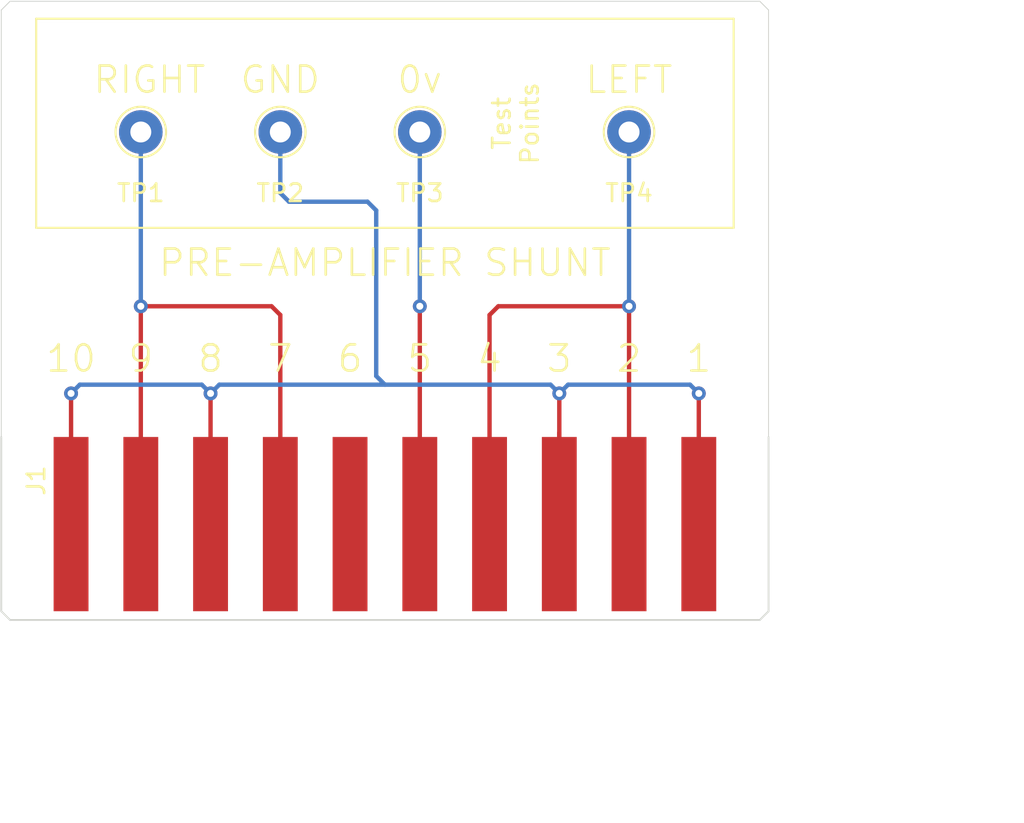
<source format=kicad_pcb>
(kicad_pcb (version 20171130) (host pcbnew "(5.1.5)-3")

  (general
    (thickness 1.6)
    (drawings 27)
    (tracks 40)
    (zones 0)
    (modules 5)
    (nets 6)
  )

  (page A4)
  (title_block
    (title "PreAmplifier Shunt")
    (date 2020-04-20)
    (rev 1)
    (company RADIAL-V)
  )

  (layers
    (0 F.Cu signal)
    (31 B.Cu signal)
    (32 B.Adhes user)
    (33 F.Adhes user)
    (34 B.Paste user)
    (35 F.Paste user)
    (36 B.SilkS user)
    (37 F.SilkS user)
    (38 B.Mask user)
    (39 F.Mask user)
    (40 Dwgs.User user)
    (41 Cmts.User user)
    (42 Eco1.User user)
    (43 Eco2.User user)
    (44 Edge.Cuts user)
    (45 Margin user)
    (46 B.CrtYd user)
    (47 F.CrtYd user)
    (48 B.Fab user)
    (49 F.Fab user)
  )

  (setup
    (last_trace_width 0.25)
    (trace_clearance 0.2)
    (zone_clearance 0.508)
    (zone_45_only no)
    (trace_min 0.2)
    (via_size 0.8)
    (via_drill 0.4)
    (via_min_size 0.4)
    (via_min_drill 0.3)
    (uvia_size 0.3)
    (uvia_drill 0.1)
    (uvias_allowed no)
    (uvia_min_size 0.2)
    (uvia_min_drill 0.1)
    (edge_width 0.05)
    (segment_width 0.2)
    (pcb_text_width 0.3)
    (pcb_text_size 1.5 1.5)
    (mod_edge_width 0.12)
    (mod_text_size 1.5 1.5)
    (mod_text_width 0.15)
    (pad_size 1.524 1.524)
    (pad_drill 0.762)
    (pad_to_mask_clearance 0.051)
    (solder_mask_min_width 0.25)
    (aux_axis_origin 0 0)
    (visible_elements 7FFFFFFF)
    (pcbplotparams
      (layerselection 0x010fc_ffffffff)
      (usegerberextensions false)
      (usegerberattributes false)
      (usegerberadvancedattributes false)
      (creategerberjobfile false)
      (excludeedgelayer true)
      (linewidth 0.100000)
      (plotframeref false)
      (viasonmask false)
      (mode 1)
      (useauxorigin false)
      (hpglpennumber 1)
      (hpglpenspeed 20)
      (hpglpendiameter 15.000000)
      (psnegative false)
      (psa4output false)
      (plotreference true)
      (plotvalue true)
      (plotinvisibletext false)
      (padsonsilk false)
      (subtractmaskfromsilk false)
      (outputformat 1)
      (mirror false)
      (drillshape 0)
      (scaleselection 1)
      (outputdirectory "Gerber/"))
  )

  (net 0 "")
  (net 1 GND)
  (net 2 /AudioLeft)
  (net 3 /AudioRight)
  (net 4 /12v)
  (net 5 /0v)

  (net_class Default "This is the default net class."
    (clearance 0.2)
    (trace_width 0.25)
    (via_dia 0.8)
    (via_drill 0.4)
    (uvia_dia 0.3)
    (uvia_drill 0.1)
    (add_net /0v)
    (add_net /12v)
    (add_net /AudioLeft)
    (add_net /AudioRight)
    (add_net GND)
  )

  (module TestPoint:TestPoint_THTPad_D2.5mm_Drill1.2mm (layer F.Cu) (tedit 5A0F774F) (tstamp 5E9DBBA0)
    (at 89 62)
    (descr "THT pad as test Point, diameter 2.5mm, hole diameter 1.2mm ")
    (tags "test point THT pad")
    (path /5E9DECA5)
    (attr virtual)
    (fp_text reference TP2 (at 0 3.5) (layer F.SilkS)
      (effects (font (size 1 1) (thickness 0.15)))
    )
    (fp_text value TestPoint (at 0 2.25) (layer F.Fab)
      (effects (font (size 1 1) (thickness 0.15)))
    )
    (fp_circle (center 0 0) (end 0 1.45) (layer F.SilkS) (width 0.12))
    (fp_circle (center 0 0) (end 1.75 0) (layer F.CrtYd) (width 0.05))
    (pad 1 thru_hole circle (at 0 0) (size 2.5 2.5) (drill 1.2) (layers *.Cu *.Mask)
      (net 1 GND))
  )

  (module TestPoint:TestPoint_THTPad_D2.5mm_Drill1.2mm (layer F.Cu) (tedit 5A0F774F) (tstamp 5E9DBB17)
    (at 97 62)
    (descr "THT pad as test Point, diameter 2.5mm, hole diameter 1.2mm ")
    (tags "test point THT pad")
    (path /5E9DBF07)
    (attr virtual)
    (fp_text reference TP3 (at 0 3.5) (layer F.SilkS)
      (effects (font (size 1 1) (thickness 0.15)))
    )
    (fp_text value TestPoint (at 0 2.25) (layer F.Fab)
      (effects (font (size 1 1) (thickness 0.15)))
    )
    (fp_circle (center 0 0) (end 0 1.45) (layer F.SilkS) (width 0.12))
    (fp_circle (center 0 0) (end 1.75 0) (layer F.CrtYd) (width 0.05))
    (pad 1 thru_hole circle (at 0 0) (size 2.5 2.5) (drill 1.2) (layers *.Cu *.Mask)
      (net 5 /0v))
  )

  (module MesModules:PCB_Edge_1x10 (layer F.Cu) (tedit 5E9DAF5B) (tstamp 5E9E2E18)
    (at 77 89.5)
    (descr "PCB Edge Connector 10pads")
    (tags "Edge Connector")
    (path /5E9D9D0E)
    (attr virtual)
    (fp_text reference J1 (at -2 -7.5 90) (layer F.SilkS)
      (effects (font (size 1 1) (thickness 0.15)))
    )
    (fp_text value "Edge Connector 1x10" (at 19 2) (layer F.Fab)
      (effects (font (size 1 1) (thickness 0.15)))
    )
    (fp_line (start 40 0) (end 39.5 0.5) (layer Edge.Cuts) (width 0.1))
    (fp_line (start -4 0) (end -3.5 0.5) (layer Edge.Cuts) (width 0.1))
    (fp_line (start 40 -10) (end 40 0) (layer Edge.Cuts) (width 0.1))
    (fp_line (start -3.5 0.5) (end 39.5 0.5) (layer Edge.Cuts) (width 0.1))
    (fp_line (start -4 -10) (end -4 0) (layer Edge.Cuts) (width 0.1))
    (fp_line (start 39.5 0) (end -3.5 0) (layer F.CrtYd) (width 0.05))
    (fp_line (start 39.5 0) (end 39.5 -11) (layer F.CrtYd) (width 0.05))
    (fp_line (start -3.5 -11) (end -3.5 0) (layer F.CrtYd) (width 0.05))
    (fp_line (start -3.5 -11) (end 39.5 -11) (layer F.CrtYd) (width 0.05))
    (fp_text user %R (at 7 2 180) (layer F.Fab)
      (effects (font (size 1 1) (thickness 0.15)))
    )
    (pad 10 connect rect (at 0 -5) (size 2 10) (layers F.Cu F.Mask)
      (net 1 GND))
    (pad 9 connect rect (at 4 -5) (size 2 10) (layers F.Cu F.Mask)
      (net 3 /AudioRight))
    (pad 8 connect rect (at 8 -5) (size 2 10) (layers F.Cu F.Mask)
      (net 1 GND))
    (pad 7 connect rect (at 12 -5) (size 2 10) (layers F.Cu F.Mask)
      (net 3 /AudioRight))
    (pad 6 connect rect (at 16 -5) (size 2 10) (layers F.Cu F.Mask)
      (net 4 /12v))
    (pad 5 connect rect (at 20 -5) (size 2 10) (layers F.Cu F.Mask)
      (net 5 /0v))
    (pad 4 connect rect (at 24 -5) (size 2 10) (layers F.Cu F.Mask)
      (net 2 /AudioLeft))
    (pad 3 connect rect (at 28 -5) (size 2 10) (layers F.Cu F.Mask)
      (net 1 GND))
    (pad 2 connect rect (at 32 -5) (size 2 10) (layers F.Cu F.Mask)
      (net 2 /AudioLeft))
    (pad 1 connect rect (at 36 -5) (size 2 10) (layers F.Cu F.Mask)
      (net 1 GND))
  )

  (module TestPoint:TestPoint_THTPad_D2.5mm_Drill1.2mm (layer F.Cu) (tedit 5A0F774F) (tstamp 5E9DBB55)
    (at 109 62)
    (descr "THT pad as test Point, diameter 2.5mm, hole diameter 1.2mm ")
    (tags "test point THT pad")
    (path /5E9DCFD6)
    (attr virtual)
    (fp_text reference TP4 (at 0 3.5) (layer F.SilkS)
      (effects (font (size 1 1) (thickness 0.15)))
    )
    (fp_text value TestPoint (at 0 2.25) (layer F.Fab)
      (effects (font (size 1 1) (thickness 0.15)))
    )
    (fp_circle (center 0 0) (end 0 1.45) (layer F.SilkS) (width 0.12))
    (fp_circle (center 0 0) (end 1.75 0) (layer F.CrtYd) (width 0.05))
    (pad 1 thru_hole circle (at 0 0) (size 2.5 2.5) (drill 1.2) (layers *.Cu *.Mask)
      (net 2 /AudioLeft))
  )

  (module TestPoint:TestPoint_THTPad_D2.5mm_Drill1.2mm (layer F.Cu) (tedit 5A0F774F) (tstamp 5E9E2E28)
    (at 81 62)
    (descr "THT pad as test Point, diameter 2.5mm, hole diameter 1.2mm ")
    (tags "test point THT pad")
    (path /5E9DE7A9)
    (attr virtual)
    (fp_text reference TP1 (at 0 3.5) (layer F.SilkS)
      (effects (font (size 1 1) (thickness 0.15)))
    )
    (fp_text value TestPoint (at 0 2.25) (layer F.Fab)
      (effects (font (size 1 1) (thickness 0.15)))
    )
    (fp_circle (center 0 0) (end 0 1.45) (layer F.SilkS) (width 0.12))
    (fp_circle (center 0 0) (end 1.75 0) (layer F.CrtYd) (width 0.05))
    (pad 1 thru_hole circle (at 0 0) (size 2.5 2.5) (drill 1.2) (layers *.Cu *.Mask)
      (net 3 /AudioRight))
  )

  (gr_text LEFT (at 109 59) (layer F.SilkS) (tstamp 5E9DBBF6)
    (effects (font (size 1.5 1.5) (thickness 0.15)))
  )
  (gr_text 0v (at 97 59) (layer F.SilkS) (tstamp 5E9DBBF4)
    (effects (font (size 1.5 1.5) (thickness 0.15)))
  )
  (gr_text GND (at 89 59) (layer F.SilkS) (tstamp 5E9DBBF2)
    (effects (font (size 1.5 1.5) (thickness 0.15)))
  )
  (gr_text RIGHT (at 81.5 59) (layer F.SilkS) (tstamp 5E9DBBED)
    (effects (font (size 1.5 1.5) (thickness 0.15)))
  )
  (dimension 35.5 (width 0.15) (layer Eco1.User)
    (gr_text "35.500 mm" (at 130.3 72.25 270) (layer Eco1.User)
      (effects (font (size 1 1) (thickness 0.15)))
    )
    (feature1 (pts (xy 116.5 90) (xy 129.586421 90)))
    (feature2 (pts (xy 116.5 54.5) (xy 129.586421 54.5)))
    (crossbar (pts (xy 129 54.5) (xy 129 90)))
    (arrow1a (pts (xy 129 90) (xy 128.413579 88.873496)))
    (arrow1b (pts (xy 129 90) (xy 129.586421 88.873496)))
    (arrow2a (pts (xy 129 54.5) (xy 128.413579 55.626504)))
    (arrow2b (pts (xy 129 54.5) (xy 129.586421 55.626504)))
  )
  (dimension 44 (width 0.15) (layer Eco1.User)
    (gr_text "44.000 mm" (at 95 102.3) (layer Eco1.User)
      (effects (font (size 1 1) (thickness 0.15)))
    )
    (feature1 (pts (xy 117 89.5) (xy 117 101.586421)))
    (feature2 (pts (xy 73 89.5) (xy 73 101.586421)))
    (crossbar (pts (xy 73 101) (xy 117 101)))
    (arrow1a (pts (xy 117 101) (xy 115.873496 101.586421)))
    (arrow1b (pts (xy 117 101) (xy 115.873496 100.413579)))
    (arrow2a (pts (xy 73 101) (xy 74.126504 101.586421)))
    (arrow2b (pts (xy 73 101) (xy 74.126504 100.413579)))
  )
  (gr_text 1 (at 113 75) (layer F.SilkS) (tstamp 5E9E383A)
    (effects (font (size 1.5 1.5) (thickness 0.15)))
  )
  (gr_text 2 (at 109 75) (layer F.SilkS) (tstamp 5E9E336E)
    (effects (font (size 1.5 1.5) (thickness 0.15)))
  )
  (gr_text 3 (at 105 75) (layer F.SilkS) (tstamp 5E9E336C)
    (effects (font (size 1.5 1.5) (thickness 0.15)))
  )
  (gr_text 4 (at 101 75) (layer F.SilkS) (tstamp 5E9E336A)
    (effects (font (size 1.5 1.5) (thickness 0.15)))
  )
  (gr_text 5 (at 97 75) (layer F.SilkS) (tstamp 5E9E3368)
    (effects (font (size 1.5 1.5) (thickness 0.15)))
  )
  (gr_text 6 (at 93 75) (layer F.SilkS) (tstamp 5E9E3366)
    (effects (font (size 1.5 1.5) (thickness 0.15)))
  )
  (gr_text 7 (at 89 75) (layer F.SilkS) (tstamp 5E9E3364)
    (effects (font (size 1.5 1.5) (thickness 0.15)))
  )
  (gr_text 8 (at 85 75) (layer F.SilkS) (tstamp 5E9E3362)
    (effects (font (size 1.5 1.5) (thickness 0.15)))
  )
  (gr_text 9 (at 81 75) (layer F.SilkS) (tstamp 5E9E335F)
    (effects (font (size 1.5 1.5) (thickness 0.15)))
  )
  (gr_text 10 (at 77 75) (layer F.SilkS)
    (effects (font (size 1.5 1.5) (thickness 0.15)))
  )
  (gr_text "PRE-AMPLIFIER SHUNT" (at 95 69.5) (layer F.SilkS) (tstamp 5E9E3358)
    (effects (font (size 1.5 1.5) (thickness 0.15)))
  )
  (gr_text "Test\nPoints" (at 102.5 61.5 90) (layer F.SilkS)
    (effects (font (size 1 1) (thickness 0.15)))
  )
  (gr_line (start 75 55.5) (end 75 67.5) (layer F.SilkS) (width 0.12))
  (gr_line (start 115 67.5) (end 75 67.5) (layer F.SilkS) (width 0.12))
  (gr_line (start 115 67.5) (end 115 55.5) (layer F.SilkS) (width 0.12))
  (gr_line (start 75 55.5) (end 115 55.5) (layer F.SilkS) (width 0.12))
  (gr_line (start 117 55) (end 116.5 54.5) (layer Edge.Cuts) (width 0.05))
  (gr_line (start 117 79.5) (end 117 55) (layer Edge.Cuts) (width 0.05))
  (gr_line (start 73.5 54.5) (end 116.5 54.5) (layer Edge.Cuts) (width 0.05))
  (gr_line (start 73 55) (end 73.5 54.5) (layer Edge.Cuts) (width 0.05))
  (gr_line (start 73 79.5) (end 73 55) (layer Edge.Cuts) (width 0.05))

  (via (at 77 77) (size 0.8) (drill 0.4) (layers F.Cu B.Cu) (net 1))
  (via (at 85 77) (size 0.8) (drill 0.4) (layers F.Cu B.Cu) (net 1))
  (via (at 105 77) (size 0.8) (drill 0.4) (layers F.Cu B.Cu) (net 1))
  (via (at 113 76.999988) (size 0.8) (drill 0.4) (layers F.Cu B.Cu) (net 1))
  (segment (start 105 84.5) (end 105 79.25) (width 0.25) (layer F.Cu) (net 1))
  (segment (start 112.500012 76.5) (end 113 76.999988) (width 0.25) (layer B.Cu) (net 1))
  (segment (start 105.5 76.5) (end 112.500012 76.5) (width 0.25) (layer B.Cu) (net 1))
  (segment (start 105.5 76.5) (end 105 77) (width 0.25) (layer B.Cu) (net 1))
  (segment (start 105 77) (end 104.5 76.5) (width 0.25) (layer B.Cu) (net 1))
  (segment (start 77 77) (end 77.5 76.5) (width 0.25) (layer B.Cu) (net 1))
  (segment (start 77 84.5) (end 77 77) (width 0.25) (layer F.Cu) (net 1))
  (segment (start 85 84.5) (end 85 77) (width 0.25) (layer F.Cu) (net 1))
  (segment (start 113 84.5) (end 113 76.999988) (width 0.25) (layer F.Cu) (net 1))
  (segment (start 105 77) (end 105 84.5) (width 0.25) (layer F.Cu) (net 1))
  (segment (start 84.5 76.5) (end 85 77) (width 0.25) (layer B.Cu) (net 1))
  (segment (start 77.5 76.5) (end 84.5 76.5) (width 0.25) (layer B.Cu) (net 1))
  (segment (start 85.5 76.5) (end 85 77) (width 0.25) (layer B.Cu) (net 1))
  (segment (start 104.5 76.5) (end 85.5 76.5) (width 0.25) (layer B.Cu) (net 1))
  (segment (start 89.5 66) (end 89 65.5) (width 0.25) (layer B.Cu) (net 1))
  (segment (start 89 65.5) (end 89 62) (width 0.25) (layer B.Cu) (net 1))
  (segment (start 94 66) (end 89.5 66) (width 0.25) (layer B.Cu) (net 1))
  (segment (start 94.5 66.5) (end 94 66) (width 0.25) (layer B.Cu) (net 1))
  (segment (start 95 76.5) (end 94.5 76) (width 0.25) (layer B.Cu) (net 1))
  (segment (start 94.5 76) (end 94.5 66.5) (width 0.25) (layer B.Cu) (net 1))
  (via (at 109 72) (size 0.8) (drill 0.4) (layers F.Cu B.Cu) (net 2))
  (segment (start 109 84.5) (end 109 72) (width 0.25) (layer F.Cu) (net 2))
  (segment (start 101.5 72) (end 109 72) (width 0.25) (layer F.Cu) (net 2))
  (segment (start 101 84.5) (end 101 72.5) (width 0.25) (layer F.Cu) (net 2))
  (segment (start 101 72.5) (end 101.5 72) (width 0.25) (layer F.Cu) (net 2))
  (segment (start 109 72) (end 109 62) (width 0.25) (layer B.Cu) (net 2))
  (segment (start 81 72) (end 81 84.5) (width 0.25) (layer F.Cu) (net 3) (tstamp 5E9E39CB))
  (via (at 81 72) (size 0.8) (drill 0.4) (layers F.Cu B.Cu) (net 3))
  (segment (start 81 72) (end 88.5 72) (width 0.25) (layer F.Cu) (net 3))
  (segment (start 88.5 72) (end 89 72.5) (width 0.25) (layer F.Cu) (net 3))
  (segment (start 89 84.5) (end 89 72.5) (width 0.25) (layer F.Cu) (net 3))
  (segment (start 81 61.5) (end 81 72) (width 0.25) (layer B.Cu) (net 3))
  (segment (start 97 88) (end 97 72) (width 0.25) (layer F.Cu) (net 5))
  (segment (start 97 72) (end 97 72) (width 0.25) (layer F.Cu) (net 5) (tstamp 5E9DBB8A))
  (via (at 97 72) (size 0.8) (drill 0.4) (layers F.Cu B.Cu) (net 5))
  (segment (start 97 72) (end 97 61.5) (width 0.25) (layer B.Cu) (net 5))

)

</source>
